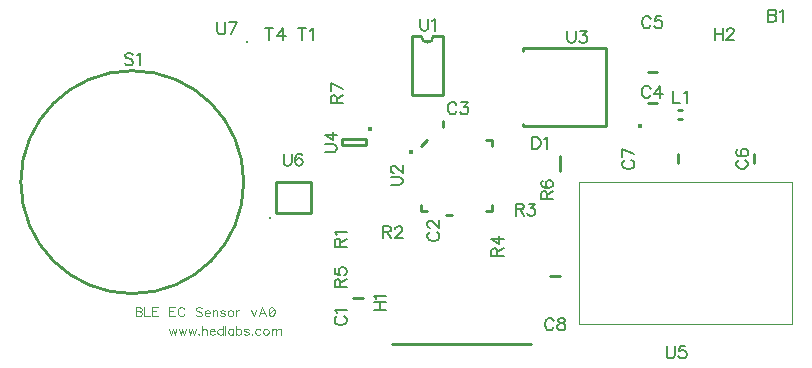
<source format=gbr>
G04 DipTrace 2.4.0.2*
%INTopSilk.gbr*%
%MOIN*%
%ADD10C,0.0098*%
%ADD16C,0.0125*%
%ADD32C,0.0157*%
%ADD36C,0.0154*%
%ADD40C,0.0005*%
%ADD107C,0.0062*%
%ADD108C,0.0046*%
%FSLAX44Y44*%
G04*
G70*
G90*
G75*
G01*
%LNTopSilk*%
%LPD*%
X15408Y6064D2*
D10*
X15722D1*
X18501Y8839D2*
X18698D1*
X18389Y11787D2*
Y11983D1*
X25219Y12566D2*
X25534D1*
X25532Y13627D2*
X25217D1*
X28752Y10563D2*
Y10877D1*
X26218D2*
Y10563D1*
X21981Y6802D2*
X22296D1*
X22314Y10821D2*
Y10309D1*
X16687Y4528D2*
X21333D1*
X26378Y12036D2*
X26219D1*
X26378Y12351D2*
X26219D1*
X4325Y9940D2*
G02X4325Y9940I3715J0D01*
G01*
X17367Y14799D2*
Y12831D1*
X18390Y14799D2*
Y12831D1*
X17367D2*
X18390D1*
X17681Y14799D2*
X17367D1*
X18075D2*
X18390D1*
X17681D2*
G03X18075Y14799I197J0D01*
G01*
X17671Y9188D2*
Y8991D1*
X17868D1*
X20033Y11353D2*
X19836D1*
X20033D2*
Y11157D1*
Y8991D2*
Y9188D1*
Y8991D2*
X19836D1*
X17671Y11157D2*
X17868Y11353D1*
D32*
X17319Y10940D3*
X23821Y11798D2*
D10*
Y14397D1*
X21065Y11798D2*
X23821D1*
X21065D2*
Y11877D1*
Y14397D2*
X23821D1*
X21065D2*
Y14318D1*
D36*
X24971Y11808D3*
X15955Y11722D3*
X15824Y11378D2*
D10*
X15036D1*
Y11182D1*
X15824D1*
Y11378D1*
X30044Y9940D2*
D40*
X22918D1*
Y5196D1*
X30044D1*
Y9940D1*
X12815Y9950D2*
D10*
X13996D1*
Y8926D1*
X12815D1*
Y9950D1*
D16*
X12627Y8753D3*
X11878Y14627D3*
X29235Y15690D2*
D107*
Y15288D1*
X29407D1*
X29465Y15308D1*
X29484Y15327D1*
X29503Y15365D1*
Y15422D1*
X29484Y15461D1*
X29465Y15480D1*
X29407Y15499D1*
X29465Y15518D1*
X29484Y15537D1*
X29503Y15575D1*
Y15614D1*
X29484Y15652D1*
X29465Y15671D1*
X29407Y15690D1*
X29235D1*
Y15499D2*
X29407D1*
X29626Y15613D2*
X29665Y15633D1*
X29722Y15690D1*
Y15288D1*
X14878Y5468D2*
X14840Y5449D1*
X14801Y5410D1*
X14782Y5372D1*
Y5296D1*
X14801Y5257D1*
X14840Y5219D1*
X14878Y5200D1*
X14935Y5181D1*
X15031D1*
X15088Y5200D1*
X15127Y5219D1*
X15165Y5257D1*
X15184Y5296D1*
Y5372D1*
X15165Y5410D1*
X15127Y5449D1*
X15088Y5468D1*
X14859Y5591D2*
X14840Y5630D1*
X14783Y5687D1*
X15184D1*
X17971Y8275D2*
X17933Y8256D1*
X17895Y8218D1*
X17876Y8180D1*
Y8103D1*
X17895Y8065D1*
X17933Y8027D1*
X17971Y8007D1*
X18029Y7988D1*
X18125D1*
X18182Y8007D1*
X18220Y8027D1*
X18258Y8065D1*
X18278Y8103D1*
Y8180D1*
X18258Y8218D1*
X18220Y8256D1*
X18182Y8275D1*
X17972Y8418D2*
X17953D1*
X17914Y8437D1*
X17895Y8456D1*
X17876Y8495D1*
Y8571D1*
X17895Y8609D1*
X17914Y8628D1*
X17953Y8648D1*
X17991D1*
X18029Y8628D1*
X18086Y8590D1*
X18278Y8399D1*
Y8667D1*
X18848Y12513D2*
X18829Y12551D1*
X18791Y12589D1*
X18753Y12608D1*
X18676D1*
X18638Y12589D1*
X18600Y12551D1*
X18580Y12513D1*
X18561Y12455D1*
Y12360D1*
X18580Y12303D1*
X18600Y12264D1*
X18638Y12226D1*
X18676Y12207D1*
X18753D1*
X18791Y12226D1*
X18829Y12264D1*
X18848Y12303D1*
X19010Y12608D2*
X19220D1*
X19106Y12455D1*
X19163D1*
X19201Y12436D1*
X19220Y12417D1*
X19240Y12360D1*
Y12322D1*
X19220Y12264D1*
X19182Y12226D1*
X19125Y12207D1*
X19067D1*
X19010Y12226D1*
X18991Y12245D1*
X18972Y12283D1*
X25315Y13056D2*
X25296Y13094D1*
X25257Y13133D1*
X25219Y13152D1*
X25143D1*
X25104Y13133D1*
X25066Y13094D1*
X25047Y13056D1*
X25028Y12999D1*
Y12903D1*
X25047Y12846D1*
X25066Y12807D1*
X25104Y12769D1*
X25143Y12750D1*
X25219D1*
X25257Y12769D1*
X25296Y12807D1*
X25315Y12846D1*
X25630Y12750D2*
Y13151D1*
X25438Y12884D1*
X25725D1*
X25323Y15377D2*
X25304Y15415D1*
X25265Y15453D1*
X25227Y15472D1*
X25151D1*
X25112Y15453D1*
X25074Y15415D1*
X25055Y15377D1*
X25036Y15319D1*
Y15223D1*
X25055Y15166D1*
X25074Y15128D1*
X25112Y15090D1*
X25151Y15070D1*
X25227D1*
X25265Y15090D1*
X25304Y15128D1*
X25323Y15166D1*
X25676Y15472D2*
X25485D1*
X25465Y15300D1*
X25485Y15319D1*
X25542Y15338D1*
X25599D1*
X25657Y15319D1*
X25695Y15281D1*
X25714Y15223D1*
Y15185D1*
X25695Y15128D1*
X25657Y15089D1*
X25599Y15070D1*
X25542D1*
X25485Y15089D1*
X25465Y15109D1*
X25446Y15147D1*
X28261Y10677D2*
X28223Y10658D1*
X28185Y10620D1*
X28166Y10582D1*
Y10505D1*
X28185Y10467D1*
X28223Y10429D1*
X28261Y10410D1*
X28319Y10391D1*
X28415D1*
X28472Y10410D1*
X28510Y10429D1*
X28548Y10467D1*
X28568Y10505D1*
Y10582D1*
X28548Y10620D1*
X28510Y10658D1*
X28472Y10677D1*
X28223Y11030D2*
X28185Y11011D1*
X28166Y10954D1*
Y10916D1*
X28185Y10858D1*
X28243Y10820D1*
X28338Y10801D1*
X28434D1*
X28510Y10820D1*
X28549Y10858D1*
X28568Y10916D1*
Y10935D1*
X28549Y10992D1*
X28510Y11030D1*
X28453Y11049D1*
X28434D1*
X28376Y11030D1*
X28338Y10992D1*
X28319Y10935D1*
Y10916D1*
X28338Y10858D1*
X28376Y10820D1*
X28434Y10801D1*
X24469Y10668D2*
X24431Y10649D1*
X24392Y10610D1*
X24373Y10572D1*
Y10496D1*
X24392Y10457D1*
X24431Y10419D1*
X24469Y10400D1*
X24526Y10381D1*
X24622D1*
X24679Y10400D1*
X24718Y10419D1*
X24756Y10457D1*
X24775Y10496D1*
Y10572D1*
X24756Y10610D1*
X24718Y10649D1*
X24679Y10668D1*
X24775Y10868D2*
X24374Y11059D1*
Y10791D1*
X22087Y5311D2*
X22068Y5349D1*
X22029Y5388D1*
X21991Y5407D1*
X21915D1*
X21876Y5388D1*
X21838Y5349D1*
X21819Y5311D1*
X21800Y5254D1*
Y5158D1*
X21819Y5101D1*
X21838Y5062D1*
X21876Y5024D1*
X21915Y5005D1*
X21991D1*
X22029Y5024D1*
X22068Y5062D1*
X22087Y5101D1*
X22306Y5406D2*
X22249Y5387D1*
X22229Y5349D1*
Y5311D1*
X22249Y5273D1*
X22287Y5253D1*
X22363Y5234D1*
X22421Y5215D1*
X22459Y5177D1*
X22478Y5139D1*
Y5081D1*
X22459Y5043D1*
X22440Y5024D1*
X22382Y5005D1*
X22306D1*
X22249Y5024D1*
X22229Y5043D1*
X22210Y5081D1*
Y5139D1*
X22229Y5177D1*
X22268Y5215D1*
X22325Y5234D1*
X22401Y5253D1*
X22440Y5273D1*
X22459Y5311D1*
Y5349D1*
X22440Y5387D1*
X22382Y5406D1*
X22306D1*
X21381Y11446D2*
Y11044D1*
X21515D1*
X21573Y11064D1*
X21611Y11102D1*
X21630Y11140D1*
X21649Y11197D1*
Y11293D1*
X21630Y11351D1*
X21611Y11389D1*
X21573Y11427D1*
X21515Y11446D1*
X21381D1*
X21773Y11369D2*
X21811Y11389D1*
X21869Y11446D1*
Y11044D1*
X16101Y5662D2*
X16503D1*
X16101Y5930D2*
X16503D1*
X16293Y5662D2*
Y5930D1*
X16178Y6054D2*
X16159Y6092D1*
X16102Y6149D1*
X16503D1*
X27450Y15081D2*
Y14679D1*
X27718Y15081D2*
Y14679D1*
X27450Y14889D2*
X27718D1*
X27861Y14985D2*
Y15004D1*
X27880Y15042D1*
X27899Y15061D1*
X27938Y15080D1*
X28014D1*
X28052Y15061D1*
X28071Y15042D1*
X28091Y15004D1*
Y14966D1*
X28071Y14927D1*
X28033Y14870D1*
X27842Y14679D1*
X28110D1*
X26074Y12976D2*
Y12574D1*
X26304D1*
X26427Y12899D2*
X26466Y12918D1*
X26523Y12975D1*
Y12574D1*
X14974Y7781D2*
Y7953D1*
X14954Y8010D1*
X14935Y8030D1*
X14897Y8049D1*
X14859D1*
X14821Y8030D1*
X14801Y8010D1*
X14782Y7953D1*
Y7781D1*
X15184D1*
X14974Y7915D2*
X15184Y8049D1*
X14859Y8172D2*
X14840Y8211D1*
X14783Y8268D1*
X15184D1*
X16401Y8281D2*
X16573D1*
X16630Y8301D1*
X16650Y8320D1*
X16669Y8358D1*
Y8396D1*
X16650Y8434D1*
X16630Y8454D1*
X16573Y8473D1*
X16401D1*
Y8071D1*
X16535Y8281D2*
X16669Y8071D1*
X16812Y8377D2*
Y8396D1*
X16831Y8434D1*
X16850Y8453D1*
X16888Y8472D1*
X16965D1*
X17003Y8453D1*
X17022Y8434D1*
X17041Y8396D1*
Y8358D1*
X17022Y8319D1*
X16984Y8262D1*
X16792Y8071D1*
X17060D1*
X20820Y9031D2*
X20992D1*
X21049Y9051D1*
X21069Y9070D1*
X21088Y9108D1*
Y9146D1*
X21069Y9184D1*
X21049Y9204D1*
X20992Y9223D1*
X20820D1*
Y8821D1*
X20954Y9031D2*
X21088Y8821D1*
X21250Y9222D2*
X21460D1*
X21345Y9069D1*
X21403D1*
X21441Y9050D1*
X21460Y9031D1*
X21479Y8974D1*
Y8936D1*
X21460Y8878D1*
X21422Y8840D1*
X21364Y8821D1*
X21307D1*
X21250Y8840D1*
X21231Y8859D1*
X21211Y8897D1*
X20204Y7476D2*
Y7648D1*
X20185Y7705D1*
X20166Y7725D1*
X20128Y7744D1*
X20089D1*
X20051Y7725D1*
X20032Y7705D1*
X20013Y7648D1*
Y7476D1*
X20415D1*
X20204Y7610D2*
X20415Y7744D1*
Y8059D2*
X20013D1*
X20281Y7867D1*
Y8154D1*
X14974Y6445D2*
Y6617D1*
X14954Y6674D1*
X14935Y6694D1*
X14897Y6713D1*
X14859D1*
X14821Y6694D1*
X14801Y6674D1*
X14782Y6617D1*
Y6445D1*
X15184D1*
X14974Y6579D2*
X15184Y6713D1*
X14783Y7066D2*
Y6875D1*
X14955Y6856D1*
X14936Y6875D1*
X14916Y6932D1*
Y6989D1*
X14936Y7047D1*
X14974Y7085D1*
X15031Y7104D1*
X15069D1*
X15127Y7085D1*
X15165Y7047D1*
X15184Y6989D1*
Y6932D1*
X15165Y6875D1*
X15146Y6856D1*
X15108Y6836D1*
X21859Y9370D2*
Y9542D1*
X21839Y9600D1*
X21820Y9619D1*
X21782Y9638D1*
X21744D1*
X21706Y9619D1*
X21686Y9600D1*
X21667Y9542D1*
Y9370D1*
X22069D1*
X21859Y9504D2*
X22069Y9638D1*
X21725Y9991D2*
X21687Y9972D1*
X21668Y9914D1*
Y9876D1*
X21687Y9819D1*
X21744Y9780D1*
X21840Y9761D1*
X21935D1*
X22012Y9780D1*
X22050Y9819D1*
X22069Y9876D1*
Y9895D1*
X22050Y9952D1*
X22012Y9991D1*
X21954Y10010D1*
X21935D1*
X21878Y9991D1*
X21840Y9952D1*
X21821Y9895D1*
Y9876D1*
X21840Y9819D1*
X21878Y9780D1*
X21935Y9761D1*
X14849Y12570D2*
Y12742D1*
X14829Y12800D1*
X14810Y12819D1*
X14772Y12838D1*
X14734D1*
X14696Y12819D1*
X14676Y12800D1*
X14657Y12742D1*
Y12570D1*
X15059D1*
X14849Y12704D2*
X15059Y12838D1*
Y13038D2*
X14658Y13230D1*
Y12962D1*
X8064Y14183D2*
X8026Y14221D1*
X7969Y14240D1*
X7892D1*
X7835Y14221D1*
X7796Y14183D1*
Y14145D1*
X7816Y14106D1*
X7835Y14087D1*
X7873Y14068D1*
X7988Y14030D1*
X8026Y14011D1*
X8045Y13991D1*
X8064Y13953D1*
Y13896D1*
X8026Y13858D1*
X7969Y13838D1*
X7892D1*
X7835Y13858D1*
X7796Y13896D1*
X8188Y14163D2*
X8226Y14183D1*
X8284Y14240D1*
Y13838D1*
X13706Y15071D2*
Y14669D1*
X13572Y15071D2*
X13840D1*
X13963Y14994D2*
X14002Y15014D1*
X14059Y15071D1*
Y14669D1*
X12610Y15071D2*
Y14669D1*
X12476Y15071D2*
X12744D1*
X13059Y14669D2*
Y15071D1*
X12868Y14803D1*
X13155D1*
X17635Y15385D2*
Y15098D1*
X17654Y15041D1*
X17692Y15003D1*
X17750Y14983D1*
X17788D1*
X17845Y15003D1*
X17884Y15041D1*
X17903Y15098D1*
Y15385D1*
X18026Y15308D2*
X18065Y15328D1*
X18122Y15385D1*
Y14983D1*
X16655Y9843D2*
X16942D1*
X16999Y9862D1*
X17037Y9900D1*
X17057Y9958D1*
Y9996D1*
X17037Y10053D1*
X16999Y10092D1*
X16942Y10111D1*
X16655D1*
X16751Y10253D2*
X16732D1*
X16693Y10273D1*
X16674Y10292D1*
X16655Y10330D1*
Y10406D1*
X16674Y10445D1*
X16693Y10464D1*
X16732Y10483D1*
X16770D1*
X16808Y10464D1*
X16865Y10425D1*
X17057Y10234D1*
Y10502D1*
X22547Y14982D2*
Y14695D1*
X22566Y14638D1*
X22604Y14600D1*
X22662Y14581D1*
X22700D1*
X22757Y14600D1*
X22796Y14638D1*
X22815Y14695D1*
Y14982D1*
X22977D2*
X23187D1*
X23072Y14829D1*
X23130D1*
X23168Y14810D1*
X23187Y14791D1*
X23206Y14734D1*
Y14695D1*
X23187Y14638D1*
X23149Y14600D1*
X23091Y14581D1*
X23034D1*
X22977Y14600D1*
X22958Y14619D1*
X22938Y14657D1*
X14450Y10941D2*
X14737D1*
X14795Y10960D1*
X14833Y10998D1*
X14852Y11056D1*
Y11094D1*
X14833Y11151D1*
X14795Y11190D1*
X14737Y11209D1*
X14450D1*
X14852Y11524D2*
X14451D1*
X14718Y11332D1*
Y11619D1*
X25856Y4470D2*
Y4183D1*
X25875Y4125D1*
X25914Y4087D1*
X25971Y4068D1*
X26009D1*
X26067Y4087D1*
X26105Y4125D1*
X26124Y4183D1*
Y4470D1*
X26477Y4469D2*
X26286D1*
X26267Y4297D1*
X26286Y4316D1*
X26344Y4336D1*
X26401D1*
X26458Y4316D1*
X26497Y4278D1*
X26516Y4221D1*
Y4183D1*
X26497Y4125D1*
X26458Y4087D1*
X26401Y4068D1*
X26344D1*
X26286Y4087D1*
X26267Y4106D1*
X26248Y4144D1*
X13086Y10890D2*
Y10603D1*
X13105Y10546D1*
X13143Y10507D1*
X13201Y10488D1*
X13239D1*
X13296Y10507D1*
X13335Y10546D1*
X13354Y10603D1*
Y10890D1*
X13707Y10832D2*
X13688Y10871D1*
X13630Y10890D1*
X13592D1*
X13535Y10871D1*
X13496Y10813D1*
X13477Y10718D1*
Y10622D1*
X13496Y10546D1*
X13535Y10507D1*
X13592Y10488D1*
X13611D1*
X13668Y10507D1*
X13707Y10546D1*
X13726Y10603D1*
Y10622D1*
X13707Y10679D1*
X13668Y10718D1*
X13611Y10737D1*
X13592D1*
X13535Y10718D1*
X13496Y10679D1*
X13477Y10622D1*
X10879Y15269D2*
Y14982D1*
X10898Y14924D1*
X10936Y14886D1*
X10994Y14867D1*
X11032D1*
X11089Y14886D1*
X11128Y14924D1*
X11147Y14982D1*
Y15269D1*
X11347Y14867D2*
X11538Y15268D1*
X11270D1*
X9276Y5050D2*
D108*
X9334Y4849D1*
X9391Y5050D1*
X9449Y4849D1*
X9506Y5050D1*
X9599D2*
X9656Y4849D1*
X9713Y5050D1*
X9771Y4849D1*
X9828Y5050D1*
X9921D2*
X9978Y4849D1*
X10035Y5050D1*
X10093Y4849D1*
X10150Y5050D1*
X10257Y4877D2*
X10243Y4863D1*
X10257Y4849D1*
X10272Y4863D1*
X10257Y4877D1*
X10364Y5150D2*
Y4849D1*
Y4992D2*
X10407Y5035D1*
X10436Y5050D1*
X10479D1*
X10508Y5035D1*
X10522Y4992D1*
Y4849D1*
X10615Y4963D2*
X10787D1*
Y4992D1*
X10773Y5021D1*
X10758Y5035D1*
X10729Y5050D1*
X10686D1*
X10658Y5035D1*
X10629Y5006D1*
X10615Y4963D1*
Y4935D1*
X10629Y4892D1*
X10658Y4863D1*
X10686Y4849D1*
X10729D1*
X10758Y4863D1*
X10787Y4892D1*
X11052Y5150D2*
Y4849D1*
Y5006D2*
X11023Y5035D1*
X10994Y5050D1*
X10951D1*
X10923Y5035D1*
X10894Y5006D1*
X10879Y4963D1*
Y4935D1*
X10894Y4892D1*
X10923Y4863D1*
X10951Y4849D1*
X10994D1*
X11023Y4863D1*
X11052Y4892D1*
X11144Y5150D2*
Y4849D1*
X11409Y5050D2*
Y4849D1*
Y5006D2*
X11380Y5035D1*
X11352Y5050D1*
X11309D1*
X11280Y5035D1*
X11251Y5006D1*
X11237Y4963D1*
Y4935D1*
X11251Y4892D1*
X11280Y4863D1*
X11309Y4849D1*
X11352D1*
X11380Y4863D1*
X11409Y4892D1*
X11502Y5150D2*
Y4849D1*
Y5006D2*
X11530Y5035D1*
X11559Y5050D1*
X11602D1*
X11631Y5035D1*
X11659Y5006D1*
X11674Y4963D1*
Y4935D1*
X11659Y4892D1*
X11631Y4863D1*
X11602Y4849D1*
X11559D1*
X11530Y4863D1*
X11502Y4892D1*
X11924Y5006D2*
X11910Y5035D1*
X11867Y5050D1*
X11824D1*
X11781Y5035D1*
X11766Y5006D1*
X11781Y4978D1*
X11809Y4963D1*
X11881Y4949D1*
X11910Y4935D1*
X11924Y4906D1*
Y4892D1*
X11910Y4863D1*
X11867Y4849D1*
X11824D1*
X11781Y4863D1*
X11766Y4892D1*
X12031Y4877D2*
X12017Y4863D1*
X12031Y4849D1*
X12046Y4863D1*
X12031Y4877D1*
X12311Y5006D2*
X12282Y5035D1*
X12253Y5050D1*
X12210D1*
X12181Y5035D1*
X12153Y5006D1*
X12138Y4963D1*
Y4935D1*
X12153Y4892D1*
X12181Y4863D1*
X12210Y4849D1*
X12253D1*
X12282Y4863D1*
X12311Y4892D1*
X12475Y5050D2*
X12446Y5035D1*
X12418Y5006D1*
X12403Y4963D1*
Y4935D1*
X12418Y4892D1*
X12446Y4863D1*
X12475Y4849D1*
X12518D1*
X12547Y4863D1*
X12575Y4892D1*
X12590Y4935D1*
Y4963D1*
X12575Y5006D1*
X12547Y5035D1*
X12518Y5050D1*
X12475D1*
X12683D2*
Y4849D1*
Y4992D2*
X12726Y5035D1*
X12755Y5050D1*
X12797D1*
X12826Y5035D1*
X12841Y4992D1*
Y4849D1*
Y4992D2*
X12884Y5035D1*
X12913Y5050D1*
X12955D1*
X12984Y5035D1*
X12999Y4992D1*
Y4849D1*
X8151Y5775D2*
Y5474D1*
X8281D1*
X8324Y5488D1*
X8338Y5502D1*
X8352Y5531D1*
Y5574D1*
X8338Y5603D1*
X8324Y5617D1*
X8281Y5631D1*
X8324Y5646D1*
X8338Y5660D1*
X8352Y5689D1*
Y5718D1*
X8338Y5746D1*
X8324Y5761D1*
X8281Y5775D1*
X8151D1*
Y5631D2*
X8281D1*
X8445Y5775D2*
Y5474D1*
X8617D1*
X8896Y5775D2*
X8710D1*
Y5474D1*
X8896D1*
X8710Y5631D2*
X8824D1*
X9467Y5775D2*
X9280D1*
Y5474D1*
X9467D1*
X9280Y5631D2*
X9395D1*
X9775Y5703D2*
X9760Y5732D1*
X9731Y5761D1*
X9703Y5775D1*
X9646D1*
X9617Y5761D1*
X9588Y5732D1*
X9574Y5703D1*
X9559Y5660D1*
Y5588D1*
X9574Y5546D1*
X9588Y5517D1*
X9617Y5488D1*
X9646Y5474D1*
X9703D1*
X9731Y5488D1*
X9760Y5517D1*
X9775Y5546D1*
X10360Y5732D2*
X10331Y5761D1*
X10288Y5775D1*
X10231D1*
X10188Y5761D1*
X10159Y5732D1*
Y5703D1*
X10173Y5675D1*
X10188Y5660D1*
X10216Y5646D1*
X10302Y5617D1*
X10331Y5603D1*
X10346Y5588D1*
X10360Y5560D1*
Y5517D1*
X10331Y5488D1*
X10288Y5474D1*
X10231D1*
X10188Y5488D1*
X10159Y5517D1*
X10452Y5588D2*
X10625D1*
Y5617D1*
X10610Y5646D1*
X10596Y5660D1*
X10567Y5675D1*
X10524D1*
X10496Y5660D1*
X10467Y5631D1*
X10452Y5588D1*
Y5560D1*
X10467Y5517D1*
X10496Y5488D1*
X10524Y5474D1*
X10567D1*
X10596Y5488D1*
X10625Y5517D1*
X10717Y5675D2*
Y5474D1*
Y5617D2*
X10760Y5660D1*
X10789Y5675D1*
X10832D1*
X10861Y5660D1*
X10875Y5617D1*
Y5474D1*
X11125Y5631D2*
X11111Y5660D1*
X11068Y5675D1*
X11025D1*
X10982Y5660D1*
X10968Y5631D1*
X10982Y5603D1*
X11011Y5588D1*
X11082Y5574D1*
X11111Y5560D1*
X11125Y5531D1*
Y5517D1*
X11111Y5488D1*
X11068Y5474D1*
X11025D1*
X10982Y5488D1*
X10968Y5517D1*
X11290Y5675D2*
X11261Y5660D1*
X11232Y5631D1*
X11218Y5588D1*
Y5560D1*
X11232Y5517D1*
X11261Y5488D1*
X11290Y5474D1*
X11333D1*
X11362Y5488D1*
X11390Y5517D1*
X11405Y5560D1*
Y5588D1*
X11390Y5631D1*
X11362Y5660D1*
X11333Y5675D1*
X11290D1*
X11497D2*
Y5474D1*
Y5588D2*
X11512Y5631D1*
X11541Y5660D1*
X11569Y5675D1*
X11613D1*
X11997D2*
X12083Y5474D1*
X12169Y5675D1*
X12491Y5474D2*
X12376Y5775D1*
X12262Y5474D1*
X12305Y5574D2*
X12448D1*
X12670Y5775D2*
X12627Y5760D1*
X12598Y5717D1*
X12584Y5646D1*
Y5603D1*
X12598Y5531D1*
X12627Y5488D1*
X12670Y5474D1*
X12699D1*
X12742Y5488D1*
X12770Y5531D1*
X12785Y5603D1*
Y5646D1*
X12770Y5717D1*
X12742Y5760D1*
X12699Y5775D1*
X12670D1*
X12770Y5717D2*
X12598Y5531D1*
M02*

</source>
